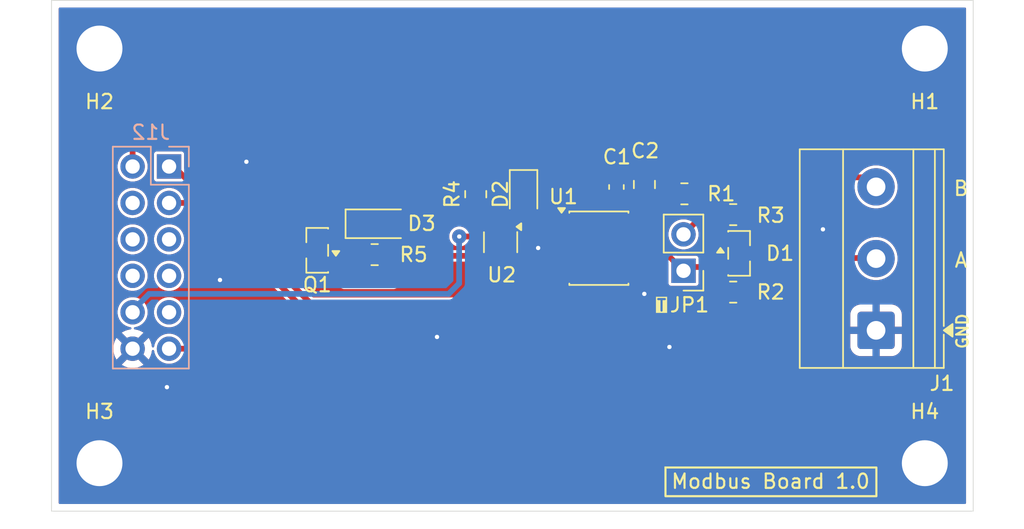
<source format=kicad_pcb>
(kicad_pcb (version 20241229) (generator "pcbnew") (generator_version "9.0")
  (title_block (title "Modbus_Board") (date "2025-10-26") (rev "1.0") (company "PKl"))
  (layers (0 "F.Cu" signal) (2 "B.Cu" signal) (13 "F.Paste" user) (15 "B.Paste" user) (5 "F.SilkS" user "F.Silkscreen") (7 "B.SilkS" user "B.Silkscreen") (1 "F.Mask" user) (3 "B.Mask" user) (25 "Edge.Cuts" user))
  (net 0 "")
  (net 1 "Net-(D2-K)")
  (net 3 "ON")
  (net 4 "GND")
  (net 8 "RE{slash}DE")
  (net 12 "UART0_TX")
  (net 13 "UART0_RX")
  (net 14 "3V3_MOD")
  (net 15 "RS485_A")
  (net 16 "RS485_B")
  (net 17 "Net-(JP1-B)")
  (net 18 "3V3_IN")
  (net 19 "3V3_OUT")
  (net 20 "Net-(D3-A)")
  (footprint "Resistor_SMD:R_0805_2012Metric" (layer "F.Cu") (at 188.141424 88.585 180)
    (property "Reference" "R1" (at -2.5625 0 0) (layer "F.SilkS"))
    (property "Value" "120")
    (fp_line (start -0.227064 0.735) (end 0.227064 0.735) (stroke (width 0.12)) (layer "F.SilkS"))
    (fp_line (start -0.227064 -0.735) (end 0.227064 -0.735) (stroke (width 0.12)) (layer "F.SilkS"))
    (pad "1" smd roundrect (at -0.9125 0 180) (size 1.025 1.4) (layers "F.Cu" "F.Mask" "F.Paste") (roundrect_rratio 0.243902) (net 17 "Net-(JP1-B)"))
    (pad "2" smd roundrect (at 0.9125 0 180) (size 1.025 1.4) (layers "F.Cu" "F.Mask" "F.Paste") (roundrect_rratio 0.243902) (net 16 "RS485_B"))
  )
  (footprint "MountingHole:MountingHole_3.2mm_M3_DIN965_Pad" (layer "F.Cu") (at 204.896424 107.36)
    (property "Reference" "H4" (at 0 -3.6 0) (layer "F.SilkS"))
    (property "Value" "MountingHole_Pad")
    (pad "1" thru_hole circle (at 0 0) (size 5.6 5.6) (drill 3.2) (layers "*.Cu" "*.Mask") (net 4 "GND"))
  )
  (footprint "MountingHole:MountingHole_3.2mm_M3_DIN965_Pad" (layer "F.Cu") (at 147.371424 107.36)
    (property "Reference" "H3" (at 0 -3.6 0) (layer "F.SilkS"))
    (property "Value" "MountingHole_Pad")
    (pad "1" thru_hole circle (at 0 0) (size 5.6 5.6) (drill 3.2) (layers "*.Cu" "*.Mask") (net 4 "GND"))
  )
  (footprint "TerminalBlock_Phoenix:TerminalBlock_Phoenix_MKDS-1,5-3_1x03_P5.00mm_Horizontal" (layer "F.Cu") (at 201.5 98.1 90)
    (property "Reference" "J1" (at -3.7 4.6 0) (layer "F.SilkS"))
    (property "Value" "Modbus")
    (fp_line (start 12.62 -5.32) (end 12.62 4.72) (stroke (width 0.12)) (layer "F.SilkS"))
    (fp_line (start -2.62 -5.32) (end 12.62 -5.32) (stroke (width 0.12)) (layer "F.SilkS"))
    (fp_line (start -2.62 -2.3) (end 12.62 -2.3) (stroke (width 0.12)) (layer "F.SilkS"))
    (fp_line (start -2.62 2.6) (end 12.62 2.6) (stroke (width 0.12)) (layer "F.SilkS"))
    (fp_line (start -2.62 4.1) (end 12.62 4.1) (stroke (width 0.12)) (layer "F.SilkS"))
    (fp_line (start 12.62 4.72) (end 0.3 4.72) (stroke (width 0.12)) (layer "F.SilkS"))
    (fp_line (start -0.3 4.72) (end -2.62 4.72) (stroke (width 0.12)) (layer "F.SilkS"))
    (fp_line (start -2.62 4.72) (end -2.62 -5.32) (stroke (width 0.12)) (layer "F.SilkS"))
    (fp_poly (pts (xy 0 4.72) (xy 0.44 5.33) (xy -0.44 5.33)) (stroke (width 0.12)) (fill yes) (layer "F.SilkS"))
    (pad "1" thru_hole roundrect (at 0 0 90) (size 2.6 2.6) (drill 1.3) (layers "*.Cu" "*.Mask") (roundrect_rratio 0.096154) (net 4 "GND"))
    (pad "2" thru_hole circle (at 5 0 90) (size 2.6 2.6) (drill 1.3) (layers "*.Cu" "*.Mask") (net 15 "RS485_A"))
    (pad "3" thru_hole circle (at 10 0 90) (size 2.6 2.6) (drill 1.3) (layers "*.Cu" "*.Mask") (net 16 "RS485_B"))
  )
  (footprint "Connector_PinHeader_2.54mm:PinHeader_1x02_P2.54mm_Vertical" (layer "F.Cu") (at 188.078924 93.95 180)
    (property "Reference" "JP1" (at -0.4175 -2.38 0) (layer "F.SilkS"))
    (property "Value" "Jumper_2_Bridged")
    (fp_line (start 1.38 1.27) (end 1.38 3.92) (stroke (width 0.12)) (layer "F.SilkS"))
    (fp_line (start -1.38 3.92) (end 1.38 3.92) (stroke (width 0.12)) (layer "F.SilkS"))
    (fp_line (start -1.38 1.27) (end 1.38 1.27) (stroke (width 0.12)) (layer "F.SilkS"))
    (fp_line (start -1.38 1.27) (end -1.38 3.92) (stroke (width 0.12)) (layer "F.SilkS"))
    (fp_line (start -1.38 0) (end -1.38 -1.38) (stroke (width 0.12)) (layer "F.SilkS"))
    (fp_line (start -1.38 -1.38) (end 0 -1.38) (stroke (width 0.12)) (layer "F.SilkS"))
    (pad "1" thru_hole rect (at 0 0 180) (size 1.7 1.7) (drill 1) (layers "*.Cu" "*.Mask") (net 15 "RS485_A"))
    (pad "2" thru_hole circle (at 0 2.54 180) (size 1.7 1.7) (drill 1) (layers "*.Cu" "*.Mask") (net 17 "Net-(JP1-B)"))
  )
  (footprint "Capacitor_SMD:C_0603_1608Metric" (layer "F.Cu") (at 183.403924 88.11 90)
    (property "Reference" "C1" (at 2.1 0.025 0) (layer "F.SilkS"))
    (property "Value" "1uF")
    (fp_line (start -0.14058 -0.51) (end 0.14058 -0.51) (stroke (width 0.12)) (layer "F.SilkS"))
    (fp_line (start -0.14058 0.51) (end 0.14058 0.51) (stroke (width 0.12)) (layer "F.SilkS"))
    (pad "1" smd roundrect (at -0.775 0 90) (size 0.9 0.95) (layers "F.Cu" "F.Mask" "F.Paste") (net 14 "3V3_MOD"))
    (pad "2" smd roundrect (at 0.775 0 90) (size 0.9 0.95) (layers "F.Cu" "F.Mask" "F.Paste") (net 4 "GND"))
  )
  (footprint "Package_SO:SOIC-8_3.9x4.9mm_P1.27mm" (layer "F.Cu") (at 182.178924 92.375)
    (property "Reference" "U1" (at -2.475 -3.59 0) (layer "F.SilkS"))
    (property "Value" "MAX3485EESA+")
    (fp_line (start -2.06 -2.56) (end 2.06 -2.56) (stroke (width 0.12)) (layer "F.SilkS"))
    (fp_line (start -2.06 -2.465) (end -2.06 -2.56) (stroke (width 0.12)) (layer "F.SilkS"))
    (fp_line (start -2.06 2.56) (end -2.06 2.465) (stroke (width 0.12)) (layer "F.SilkS"))
    (fp_line (start 2.06 -2.56) (end 2.06 -2.465) (stroke (width 0.12)) (layer "F.SilkS"))
    (fp_line (start 2.06 2.465) (end 2.06 2.56) (stroke (width 0.12)) (layer "F.SilkS"))
    (fp_line (start 2.06 2.56) (end -2.06 2.56) (stroke (width 0.12)) (layer "F.SilkS"))
    (fp_poly (pts (xy -2.6 -2.47) (xy -2.84 -2.8) (xy -2.36 -2.8)) (stroke (width 0.12)) (fill yes) (layer "F.SilkS"))
    (pad "1" smd roundrect (at -2.475 -1.905) (size 1.95 0.6) (layers "F.Cu" "F.Mask" "F.Paste") (net 13 "UART0_RX"))
    (pad "2" smd roundrect (at -2.475 -0.635) (size 1.95 0.6) (layers "F.Cu" "F.Mask" "F.Paste") (net 8 "RE{slash}DE"))
    (pad "3" smd roundrect (at -2.475 0.635) (size 1.95 0.6) (layers "F.Cu" "F.Mask" "F.Paste") (net 8 "RE{slash}DE"))
    (pad "4" smd roundrect (at -2.475 1.905) (size 1.95 0.6) (layers "F.Cu" "F.Mask" "F.Paste") (net 12 "UART0_TX"))
    (pad "5" smd roundrect (at 2.475 1.905) (size 1.95 0.6) (layers "F.Cu" "F.Mask" "F.Paste") (net 4 "GND"))
    (pad "6" smd roundrect (at 2.475 0.635) (size 1.95 0.6) (layers "F.Cu" "F.Mask" "F.Paste") (net 15 "RS485_A"))
    (pad "7" smd roundrect (at 2.475 -0.635) (size 1.95 0.6) (layers "F.Cu" "F.Mask" "F.Paste") (net 16 "RS485_B"))
    (pad "8" smd roundrect (at 2.475 -1.905) (size 1.95 0.6) (layers "F.Cu" "F.Mask" "F.Paste") (net 14 "3V3_MOD"))
  )
  (footprint "Resistor_SMD:R_0805_2012Metric" (layer "F.Cu") (at 191.541424 95.435)
    (property "Reference" "R2" (at 2.6125 0 0) (layer "F.SilkS"))
    (property "Value" "680")
    (fp_line (start -0.227064 -0.735) (end 0.227064 -0.735) (stroke (width 0.12)) (layer "F.SilkS"))
    (fp_line (start -0.227064 0.735) (end 0.227064 0.735) (stroke (width 0.12)) (layer "F.SilkS"))
    (pad "1" smd roundrect (at -0.9125 0) (size 1.025 1.4) (layers "F.Cu" "F.Mask" "F.Paste") (roundrect_rratio 0.243902) (net 14 "3V3_MOD"))
    (pad "2" smd roundrect (at 0.9125 0) (size 1.025 1.4) (layers "F.Cu" "F.Mask" "F.Paste") (roundrect_rratio 0.243902) (net 15 "RS485_A"))
  )
  (footprint "Package_TO_SOT_SMD:SOT-23" (layer "F.Cu") (at 191.953924 92.735)
    (property "Reference" "D1" (at 2.85 0 0) (layer "F.SilkS"))
    (property "Value" "SM712.TCT")
    (fp_line (start -0.76 -1.56) (end 0.76 -1.56) (stroke (width 0.12)) (layer "F.SilkS"))
    (fp_line (start -0.76 -1.51) (end -0.76 -1.56) (stroke (width 0.12)) (layer "F.SilkS"))
    (fp_line (start -0.76 0.39) (end -0.76 -0.39) (stroke (width 0.12)) (layer "F.SilkS"))
    (fp_line (start -0.76 1.56) (end -0.76 1.51) (stroke (width 0.12)) (layer "F.SilkS"))
    (fp_line (start 0.76 -1.56) (end 0.76 -0.56) (stroke (width 0.12)) (layer "F.SilkS"))
    (fp_line (start 0.76 0.56) (end 0.76 1.56) (stroke (width 0.12)) (layer "F.SilkS"))
    (fp_line (start 0.76 1.56) (end -0.76 1.56) (stroke (width 0.12)) (layer "F.SilkS"))
    (fp_poly (pts (xy -1.3 -0.38) (xy -1.06 -0.05) (xy -1.54 -0.05)) (stroke (width 0.12)) (fill yes) (layer "F.SilkS"))
    (pad "1" smd roundrect (at -0.9375 -0.95) (size 1.475 0.6) (layers "F.Cu" "F.Mask" "F.Paste") (net 16 "RS485_B"))
    (pad "2" smd roundrect (at -0.9375 0.95) (size 1.475 0.6) (layers "F.Cu" "F.Mask" "F.Paste") (net 15 "RS485_A"))
    (pad "3" smd roundrect (at 0.9375 0) (size 1.475 0.6) (layers "F.Cu" "F.Mask" "F.Paste") (net 4 "GND"))
  )
  (footprint "Resistor_SMD:R_0805_2012Metric" (layer "F.Cu") (at 191.541424 90.035)
    (property "Reference" "R3" (at 2.6125 0.05 0) (layer "F.SilkS"))
    (property "Value" "680")
    (fp_line (start -0.227064 -0.735) (end 0.227064 -0.735) (stroke (width 0.12)) (layer "F.SilkS"))
    (fp_line (start -0.227064 0.735) (end 0.227064 0.735) (stroke (width 0.12)) (layer "F.SilkS"))
    (pad "1" smd roundrect (at -0.9125 0) (size 1.025 1.4) (layers "F.Cu" "F.Mask" "F.Paste") (roundrect_rratio 0.243902) (net 16 "RS485_B"))
    (pad "2" smd roundrect (at 0.9125 0) (size 1.025 1.4) (layers "F.Cu" "F.Mask" "F.Paste") (roundrect_rratio 0.243902) (net 4 "GND"))
  )
  (footprint "Diode_SMD:D_SOD-123F" (layer "F.Cu") (at 166.733576 90.6725)
    (property "Reference" "D3" (at 3.09 -0.02 0) (layer "F.SilkS"))
    (property "Value" "BZT52C5V1-DIO")
    (fp_line (start -2.21 -1) (end -2.21 1) (stroke (width 0.12)) (layer "F.SilkS"))
    (fp_line (start -2.21 -1) (end 1.65 -1) (stroke (width 0.12)) (layer "F.SilkS"))
    (fp_line (start -2.21 1) (end 1.65 1) (stroke (width 0.12)) (layer "F.SilkS"))
    (pad "1" smd roundrect (at -1.4 0) (size 1.1 1.1) (layers "F.Cu" "F.Mask" "F.Paste") (roundrect_rratio 0.2272727273) (net 19 "3V3_OUT"))
    (pad "2" smd roundrect (at 1.4 0) (size 1.1 1.1) (layers "F.Cu" "F.Mask" "F.Paste") (roundrect_rratio 0.2272727273) (net 20 "Net-(D3-A)"))
  )
  (footprint "Package_TO_SOT_SMD:SOT-23" (layer "F.Cu") (at 162.5475 92.5225 180)
    (property "Reference" "Q1" (at 0 -2.4 0) (layer "F.SilkS"))
    (property "Value" "AO3407A" (hide yes))
    (fp_line (start 0.76 1.56) (end -0.76 1.56) (stroke (width 0.12)) (layer "F.SilkS"))
    (fp_line (start 0.76 0.56) (end 0.76 1.56) (stroke (width 0.12)) (layer "F.SilkS"))
    (fp_line (start 0.76 -1.56) (end 0.76 -0.56) (stroke (width 0.12)) (layer "F.SilkS"))
    (fp_line (start -0.76 1.56) (end -0.76 1.51) (stroke (width 0.12)) (layer "F.SilkS"))
    (fp_line (start -0.76 0.39) (end -0.76 -0.39) (stroke (width 0.12)) (layer "F.SilkS"))
    (fp_line (start -0.76 -1.51) (end -0.76 -1.56) (stroke (width 0.12)) (layer "F.SilkS"))
    (fp_line (start -0.76 -1.56) (end 0.76 -1.56) (stroke (width 0.12)) (layer "F.SilkS"))
    (fp_poly (pts (xy -1.3 -0.38) (xy -1.06 -0.05) (xy -1.54 -0.05)) (stroke (width 0.12)) (fill yes) (layer "F.SilkS"))
    (pad "1" smd roundrect (at -0.9375 -0.95 180) (size 1.475 0.6) (layers "F.Cu" "F.Mask" "F.Paste") (net 20 "Net-(D3-A)"))
    (pad "2" smd roundrect (at -0.9375 0.95 180) (size 1.475 0.6) (layers "F.Cu" "F.Mask" "F.Paste") (net 19 "3V3_OUT"))
    (pad "3" smd roundrect (at 0.9375 0 180) (size 1.475 0.6) (layers "F.Cu" "F.Mask" "F.Paste") (net 18 "3V3_IN"))
  )
  (footprint "Resistor_SMD:R_0805_2012Metric" (layer "F.Cu") (at 166.551076 92.8225)
    (property "Reference" "R5" (at 2.7125 0 0) (layer "F.SilkS"))
    (property "Value" "100K")
    (fp_line (start -0.227064 -0.735) (end 0.227064 -0.735) (stroke (width 0.12)) (layer "F.SilkS"))
    (fp_line (start -0.227064 0.735) (end 0.227064 0.735) (stroke (width 0.12)) (layer "F.SilkS"))
    (pad "1" smd roundrect (at -0.9125 0) (size 1.025 1.4) (layers "F.Cu" "F.Mask" "F.Paste") (roundrect_rratio 0.243902) (net 4 "GND"))
    (pad "2" smd roundrect (at 0.9125 0) (size 1.025 1.4) (layers "F.Cu" "F.Mask" "F.Paste") (roundrect_rratio 0.243902) (net 20 "Net-(D3-A)"))
  )
  (footprint "Resistor_SMD:R_0805_2012Metric" (layer "F.Cu") (at 173.596424 88.61 90)
    (property "Reference" "R4" (at 0 -1.65 90) (layer "F.SilkS"))
    (property "Value" "1K")
    (fp_line (start -0.227064 -0.735) (end 0.227064 -0.735) (stroke (width 0.12)) (layer "F.SilkS"))
    (fp_line (start -0.227064 0.735) (end 0.227064 0.735) (stroke (width 0.12)) (layer "F.SilkS"))
    (pad "1" smd roundrect (at -0.9125 0 90) (size 1.025 1.4) (layers "F.Cu" "F.Mask" "F.Paste") (roundrect_rratio 0.243902) (net 4 "GND"))
    (pad "2" smd roundrect (at 0.9125 0 90) (size 1.025 1.4) (layers "F.Cu" "F.Mask" "F.Paste") (roundrect_rratio 0.243902) (net 1 "Net-(D2-K)"))
  )
  (footprint "LED_SMD:LED_0805_2012Metric" (layer "F.Cu") (at 176.928924 88.61 -90)
    (property "Reference" "D2" (at 0 1.6125 90) (layer "F.SilkS"))
    (property "Value" "LED")
    (fp_line (start -1.685 0.96) (end 1 0.96) (stroke (width 0.12)) (layer "F.SilkS"))
    (fp_line (start -1.685 -0.96) (end -1.685 0.96) (stroke (width 0.12)) (layer "F.SilkS"))
    (fp_line (start 1 -0.96) (end -1.685 -0.96) (stroke (width 0.12)) (layer "F.SilkS"))
    (pad "1" smd roundrect (at -0.9375 0 270) (size 0.975 1.4) (layers "F.Cu" "F.Mask" "F.Paste") (net 1 "Net-(D2-K)"))
    (pad "2" smd roundrect (at 0.9375 0 270) (size 0.975 1.4) (layers "F.Cu" "F.Mask" "F.Paste") (net 14 "3V3_MOD"))
  )
  (footprint "MountingHole:MountingHole_3.2mm_M3_DIN965_Pad" (layer "F.Cu") (at 204.896424 78.46)
    (property "Reference" "H1" (at 0 3.7 0) (layer "F.SilkS"))
    (property "Value" "MountingHole_Pad")
    (pad "1" thru_hole circle (at 0 0) (size 5.6 5.6) (drill 3.2) (layers "*.Cu" "*.Mask") (net 4 "GND"))
  )
  (footprint "Capacitor_SMD:C_0805_2012Metric" (layer "F.Cu") (at 185.353924 87.935 90)
    (property "Reference" "C2" (at 2.35 0.05 0) (layer "F.SilkS"))
    (property "Value" "100nF")
    (fp_line (start -0.261252 -0.735) (end 0.261252 -0.735) (stroke (width 0.12)) (layer "F.SilkS"))
    (fp_line (start -0.261252 0.735) (end 0.261252 0.735) (stroke (width 0.12)) (layer "F.SilkS"))
    (pad "1" smd roundrect (at -0.95 0 90) (size 1 1.45) (layers "F.Cu" "F.Mask" "F.Paste") (net 14 "3V3_MOD"))
    (pad "2" smd roundrect (at 0.95 0 90) (size 1 1.45) (layers "F.Cu" "F.Mask" "F.Paste") (net 4 "GND"))
  )
  (footprint "MountingHole:MountingHole_3.2mm_M3_DIN965_Pad" (layer "F.Cu") (at 147.371424 78.46)
    (property "Reference" "H2" (at 0 3.7 0) (layer "F.SilkS"))
    (property "Value" "MountingHole_Pad")
    (pad "1" thru_hole circle (at 0 0) (size 5.6 5.6) (drill 3.2) (layers "*.Cu" "*.Mask") (net 4 "GND"))
  )
  (footprint "Package_TO_SOT_SMD:SOT-363_SC-70-6" (layer "F.Cu") (at 175.328924 91.96 -90)
    (property "Reference" "U2" (at 2.275 -0.075 0) (layer "F.SilkS"))
    (property "Value" "SIP32431DR3-T1GE3")
    (fp_line (start -0.7 1.16) (end 0.7 1.16) (stroke (width 0.12)) (layer "F.SilkS"))
    (fp_line (start -0.71 -1.16) (end 0.7 -1.16) (stroke (width 0.12)) (layer "F.SilkS"))
    (fp_poly (pts (xy -1.08 -1.11) (xy -1.32 -1.44) (xy -0.84 -1.44) (xy -1.08 -1.11)) (stroke (width 0.12)) (fill yes) (layer "F.SilkS"))
    (pad "1" smd roundrect (at -0.95 -0.65 270) (size 0.65 0.4) (layers "F.Cu" "F.Mask" "F.Paste") (net 14 "3V3_MOD"))
    (pad "2" smd roundrect (at -0.95 0 270) (size 0.65 0.4) (layers "F.Cu" "F.Mask" "F.Paste") (net 4 "GND"))
    (pad "3" smd roundrect (at -0.95 0.65 270) (size 0.65 0.4) (layers "F.Cu" "F.Mask" "F.Paste") (net 3 "ON"))
    (pad "4" smd roundrect (at 0.95 0.65 270) (size 0.65 0.4) (layers "F.Cu" "F.Mask" "F.Paste") (net 19 "3V3_OUT"))
    (pad "5" smd roundrect (at 0.95 0 270) (size 0.65 0.4) (layers "F.Cu" "F.Mask" "F.Paste") (net 4 "GND"))
    (pad "6" smd roundrect (at 0.95 -0.65 270) (size 0.65 0.4) (layers "F.Cu" "F.Mask" "F.Paste"))
  )
  (footprint "Connector_PinHeader_2.54mm:PinHeader_2x06_P2.54mm_Vertical" (layer "B.Cu") (at 152.22 86.68 180)
    (property "Reference" "J12" (at 1.27 2.38 0) (layer "B.SilkS") (effects (justify mirror)))
    (property "Value" "COM")
    (fp_line (start 3.92 1.38) (end 3.92 -14.08) (stroke (width 0.12)) (layer "B.SilkS"))
    (fp_line (start 1.27 1.38) (end 3.92 1.38) (stroke (width 0.12)) (layer "B.SilkS"))
    (fp_line (start 1.27 -1.27) (end 1.27 1.38) (stroke (width 0.12)) (layer "B.SilkS"))
    (fp_line (start -1.38 1.38) (end 0 1.38) (stroke (width 0.12)) (layer "B.SilkS"))
    (fp_line (start -1.38 0) (end -1.38 1.38) (stroke (width 0.12)) (layer "B.SilkS"))
    (fp_line (start -1.38 -1.27) (end 1.27 -1.27) (stroke (width 0.12)) (layer "B.SilkS"))
    (fp_line (start -1.38 -1.27) (end -1.38 -14.08) (stroke (width 0.12)) (layer "B.SilkS"))
    (fp_line (start -1.38 -14.08) (end 3.92 -14.08) (stroke (width 0.12)) (layer "B.SilkS"))
    (pad "1" thru_hole rect (at 0 0 180) (size 1.7 1.7) (drill 1) (layers "*.Cu" "*.Mask") (net 13 "UART0_RX"))
    (pad "2" thru_hole circle (at 2.54 0 180) (size 1.7 1.7) (drill 1) (layers "*.Cu" "*.Mask") (net 18 "3V3_IN"))
    (pad "3" thru_hole circle (at 0 -2.54 180) (size 1.7 1.7) (drill 1) (layers "*.Cu" "*.Mask") (net 12 "UART0_TX"))
    (pad "4" thru_hole circle (at 2.54 -2.54 180) (size 1.7 1.7) (drill 1) (layers "*.Cu" "*.Mask"))
    (pad "5" thru_hole circle (at 0 -5.08 180) (size 1.7 1.7) (drill 1) (layers "*.Cu" "*.Mask"))
    (pad "6" thru_hole circle (at 2.54 -5.08 180) (size 1.7 1.7) (drill 1) (layers "*.Cu" "*.Mask"))
    (pad "7" thru_hole circle (at 0 -7.62 180) (size 1.7 1.7) (drill 1) (layers "*.Cu" "*.Mask"))
    (pad "8" thru_hole circle (at 2.54 -7.62 180) (size 1.7 1.7) (drill 1) (layers "*.Cu" "*.Mask"))
    (pad "9" thru_hole circle (at 0 -10.16 180) (size 1.7 1.7) (drill 1) (layers "*.Cu" "*.Mask"))
    (pad "10" thru_hole circle (at 2.54 -10.16 180) (size 1.7 1.7) (drill 1) (layers "*.Cu" "*.Mask") (net 3 "ON"))
    (pad "11" thru_hole circle (at 0 -12.7 180) (size 1.7 1.7) (drill 1) (layers "*.Cu" "*.Mask") (net 8 "RE{slash}DE"))
    (pad "12" thru_hole circle (at 2.54 -12.7 180) (size 1.7 1.7) (drill 1) (layers "*.Cu" "*.Mask") (net 4 "GND"))
  )
  (gr_rect (start 186.821424 107.66) (end 201.521424 109.66) (stroke (width 0.15)) (fill no) (layer "F.SilkS"))
  (gr_rect (start 144.028576 75.1) (end 208.271424 110.705) (stroke (width 0.05)) (fill no) (layer "Edge.Cuts"))
  (gr_text "T" (at 186.546424 96.36 0) (layer "F.SilkS" knockout) (effects (font (size 0.8 0.8))))
  (gr_text "Modbus Board 1.0" (at 187.146424 109.21 0) (layer "F.SilkS") (effects (font (size 1 1)) (justify left bottom)))
  (gr_text "B" (at 207.421424 88.21 0) (layer "F.SilkS") (effects (font (size 1 1))))
  (gr_text "GND" (at 207.521424 98.16 90) (layer "F.SilkS") (effects (font (size 0.8 0.8))))
  (gr_text "A" (at 207.421424 93.21 0) (layer "F.SilkS") (effects (font (size 1 1))))
  (segment (start 176.928924 87.6725) (end 174.003924 87.6725) (width 0.4) (layer "F.Cu") (net 1))
  (segment (start 174.003924 87.6725) (end 173.978924 87.6975) (width 0.4) (layer "F.Cu") (net 1))
  (segment (start 172.448924 91.56) (end 174.128924 91.56) (width 0.4) (layer "F.Cu") (net 3))
  (segment (start 174.128924 91.56) (end 174.678924 91.01) (width 0.4) (layer "F.Cu") (net 3))
  (via (at 172.448924 91.56) (size 1) (drill 0.3) (layers "F.Cu" "B.Cu") (net 3))
  (segment (start 172.44 91.568924) (end 172.448924 91.56) (width 0.4) (layer "B.Cu") (net 3))
  (segment (start 150.83 95.56) (end 171.71 95.56) (width 0.4) (layer "B.Cu") (net 3))
  (segment (start 172.44 94.83) (end 172.44 91.568924) (width 0.4) (layer "B.Cu") (net 3))
  (segment (start 171.71 95.56) (end 172.44 94.83) (width 0.4) (layer "B.Cu") (net 3))
  (segment (start 149.68 96.84) (end 149.68 96.71) (width 0.4) (layer "B.Cu") (net 3))
  (segment (start 149.68 96.71) (end 150.83 95.56) (width 0.4) (layer "B.Cu") (net 3))
  (via (at 170.896424 98.56) (size 1) (drill 0.3) (layers "F.Cu" "B.Cu") (net 4))
  (via (at 157.61 86.35) (size 1) (drill 0.3) (layers "F.Cu" "B.Cu") (net 4))
  (via (at 155.77 94.59) (size 1) (drill 0.3) (layers "F.Cu" "B.Cu") (net 4))
  (via (at 152.071424 102.06) (size 1) (drill 0.3) (layers "F.Cu" "B.Cu") (net 4))
  (via (at 197.796424 91.06) (size 1) (drill 0.3) (layers "F.Cu" "B.Cu") (net 4))
  (via (at 185.346424 95.56) (size 1) (drill 0.3) (layers "F.Cu" "B.Cu") (net 4))
  (via (at 187.096424 99.26) (size 1) (drill 0.3) (layers "F.Cu" "B.Cu") (net 4))
  (via (at 177.946424 92.36) (size 1) (drill 0.3) (layers "F.Cu" "B.Cu") (net 4))
  (segment (start 155.21 99.38) (end 152.22 99.38) (width 0.4) (layer "F.Cu") (net 8))
  (segment (start 181.396424 93.51) (end 181.396424 94.61) (width 0.4) (layer "F.Cu") (net 8))
  (segment (start 180.896424 93.01) (end 181.396424 93.51) (width 0.4) (layer "F.Cu") (net 8))
  (segment (start 180.796424 95.21) (end 178.896424 95.21) (width 0.4) (layer "F.Cu") (net 8))
  (segment (start 179.703924 93.01) (end 180.896424 93.01) (width 0.4) (layer "F.Cu") (net 8))
  (segment (start 181.396424 94.61) (end 180.796424 95.21) (width 0.4) (layer "F.Cu") (net 8))
  (segment (start 176.646424 97.46) (end 157.13 97.46) (width 0.4) (layer "F.Cu") (net 8))
  (segment (start 179.703924 91.74) (end 179.703924 93.01) (width 0.4) (layer "F.Cu") (net 8))
  (segment (start 178.896424 95.21) (end 176.646424 97.46) (width 0.4) (layer "F.Cu") (net 8))
  (segment (start 157.13 97.46) (end 155.21 99.38) (width 0.4) (layer "F.Cu") (net 8))
  (segment (start 179.703924 94.28) (end 178.976424 94.28) (width 0.4) (layer "F.Cu") (net 12))
  (segment (start 178.976424 94.28) (end 176.446424 96.81) (width 0.4) (layer "F.Cu") (net 12))
  (segment (start 161.8 96.81) (end 154.21 89.22) (width 0.4) (layer "F.Cu") (net 12))
  (segment (start 176.446424 96.81) (end 161.8 96.81) (width 0.4) (layer "F.Cu") (net 12))
  (segment (start 179.703924 94.28) (end 178.908924 94.28) (width 0.4) (layer "F.Cu") (net 12))
  (segment (start 154.21 89.22) (end 152.22 89.22) (width 0.4) (layer "F.Cu") (net 12))
  (segment (start 177.518924 90.47) (end 176.936424 91.0525) (width 0.4) (layer "F.Cu") (net 13))
  (segment (start 176.936424 91.0525) (end 176.936424 95.468528) (width 0.4) (layer "F.Cu") (net 13))
  (segment (start 176.194952 96.21) (end 162.08 96.21) (width 0.4) (layer "F.Cu") (net 13))
  (segment (start 179.703924 90.47) (end 177.518924 90.47) (width 0.4) (layer "F.Cu") (net 13))
  (segment (start 152.55 86.68) (end 152.22 86.68) (width 0.4) (layer "F.Cu") (net 13))
  (segment (start 176.936424 95.468528) (end 176.194952 96.21) (width 0.4) (layer "F.Cu") (net 13))
  (segment (start 162.08 96.21) (end 152.55 86.68) (width 0.4) (layer "F.Cu") (net 13))
  (segment (start 182.853924 90.435) (end 184.618924 90.435) (width 0.4) (layer "F.Cu") (net 14))
  (segment (start 185.478924 89.91) (end 184.918924 90.47) (width 0.4) (layer "F.Cu") (net 14))
  (segment (start 190.628924 95.435) (end 189.453924 96.61) (width 0.4) (layer "F.Cu") (net 14))
  (segment (start 183.378924 88.875) (end 185.378924 88.875) (width 0.4) (layer "F.Cu") (net 14))
  (segment (start 185.478924 88.975) (end 185.478924 89.91) (width 0.4) (layer "F.Cu") (net 14))
  (segment (start 182.553924 90.735) (end 182.853924 90.435) (width 0.4) (layer "F.Cu") (net 14))
  (segment (start 189.453924 96.61) (end 184.228924 96.61) (width 0.4) (layer "F.Cu") (net 14))
  (segment (start 184.618924 90.435) (end 184.653924 90.47) (width 0.4) (layer "F.Cu") (net 14))
  (segment (start 175.978924 91.01) (end 175.978924 90.4975) (width 0.4) (layer "F.Cu") (net 14))
  (segment (start 182.553924 94.935) (end 182.553924 90.735) (width 0.4) (layer "F.Cu") (net 14))
  (segment (start 185.378924 88.875) (end 185.478924 88.975) (width 0.4) (layer "F.Cu") (net 14))
  (segment (start 177.601424 88.875) (end 183.378924 88.875) (width 0.4) (layer "F.Cu") (net 14))
  (segment (start 184.918924 90.47) (end 184.653924 90.47) (width 0.4) (layer "F.Cu") (net 14))
  (segment (start 176.953924 89.5725) (end 176.928924 89.5475) (width 0.4) (layer "F.Cu") (net 14))
  (segment (start 176.928924 89.5475) (end 177.601424 88.875) (width 0.4) (layer "F.Cu") (net 14))
  (segment (start 175.978924 90.4975) (end 176.928924 89.5475) (width 0.4) (layer "F.Cu") (net 14))
  (segment (start 184.228924 96.61) (end 182.553924 94.935) (width 0.4) (layer "F.Cu") (net 14))
  (segment (start 191.016424 93.685) (end 191.603924 93.685) (width 0.4) (layer "F.Cu") (net 15))
  (segment (start 184.653924 93.01) (end 187.138924 93.01) (width 0.4) (layer "F.Cu") (net 15))
  (segment (start 192.453924 94.535) (end 192.453924 95.435) (width 0.4) (layer "F.Cu") (net 15))
  (segment (start 196.318924 95.435) (end 192.453924 95.435) (width 0.4) (layer "F.Cu") (net 15))
  (segment (start 188.343924 93.685) (end 188.078924 93.95) (width 0.4) (layer "F.Cu") (net 15))
  (segment (start 187.138924 93.01) (end 188.078924 93.95) (width 0.4) (layer "F.Cu") (net 15))
  (segment (start 191.603924 93.685) (end 192.453924 94.535) (width 0.4) (layer "F.Cu") (net 15))
  (segment (start 198.693924 93.06) (end 202.293924 93.06) (width 0.4) (layer "F.Cu") (net 15))
  (segment (start 196.298924 95.455) (end 198.693924 93.06) (width 0.4) (layer "F.Cu") (net 15))
  (segment (start 202.293924 93.06) (end 202.393924 93.16) (width 0.4) (layer "F.Cu") (net 15))
  (segment (start 191.016424 93.685) (end 188.343924 93.685) (width 0.4) (layer "F.Cu") (net 15))
  (segment (start 187.153924 88.555) (end 187.153924 87.735) (width 0.4) (layer "F.Cu") (net 16))
  (segment (start 187.208924 88.61) (end 187.208924 88.98) (width 0.4) (layer "F.Cu") (net 16))
  (segment (start 190.641424 90.035) (end 191.016424 90.41) (width 0.4) (layer "F.Cu") (net 16))
  (segment (start 187.153924 87.735) (end 187.453924 87.435) (width 0.4) (layer "F.Cu") (net 16))
  (segment (start 187.208924 88.61) (end 187.153924 88.555) (width 0.4) (layer "F.Cu") (net 16))
  (segment (start 189.953924 87.435) (end 190.153924 87.635) (width 0.4) (layer "F.Cu") (net 16))
  (segment (start 190.153924 89.5475) (end 190.641424 90.035) (width 0.4) (layer "F.Cu") (net 16))
  (segment (start 186.278924 91.175) (end 185.713924 91.74) (width 0.4) (layer "F.Cu") (net 16))
  (segment (start 202.393924 88.16) (end 201.688924 87.455) (width 0.4) (layer "F.Cu") (net 16))
  (segment (start 201.471424 88.11) (end 200.796424 87.435) (width 0.4) (layer "F.Cu") (net 16))
  (segment (start 200.796424 87.435) (end 189.953924 87.435) (width 0.4) (layer "F.Cu") (net 16))
  (segment (start 187.453924 87.435) (end 189.953924 87.435) (width 0.4) (layer "F.Cu") (net 16))
  (segment (start 186.278924 89.91) (end 186.278924 91.175) (width 0.4) (layer "F.Cu") (net 16))
  (segment (start 190.153924 87.635) (end 190.153924 89.5475) (width 0.4) (layer "F.Cu") (net 16))
  (segment (start 187.208924 88.98) (end 186.278924 89.91) (width 0.4) (layer "F.Cu") (net 16))
  (segment (start 191.016424 90.41) (end 191.016424 91.785) (width 0.4) (layer "F.Cu") (net 16))
  (segment (start 185.713924 91.74) (end 184.653924 91.74) (width 0.4) (layer "F.Cu") (net 16))
  (segment (start 189.033924 88.61) (end 189.033924 90.455) (width 0.4) (layer "F.Cu") (net 17))
  (segment (start 189.033924 90.455) (end 188.078924 91.41) (width 0.4) (layer "F.Cu") (net 17))
  (segment (start 160.45 86.975) (end 160.45 84.66) (width 0.4) (layer "F.Cu") (net 18))
  (segment (start 149.94 83.57) (end 149.68 83.83) (width 0.4) (layer "F.Cu") (net 18))
  (segment (start 160.4475 86.9775) (end 160.45 86.975) (width 0.4) (layer "F.Cu") (net 18))
  (segment (start 160.4475 91.36) (end 160.4475 86.9775) (width 0.4) (layer "F.Cu") (net 18))
  (segment (start 161.61 92.5225) (end 160.4475 91.36) (width 0.4) (layer "F.Cu") (net 18))
  (segment (start 160.45 84.66) (end 159.36 83.57) (width 0.4) (layer "F.Cu") (net 18))
  (segment (start 149.68 83.83) (end 149.68 86.68) (width 0.4) (layer "F.Cu") (net 18))
  (segment (start 159.36 83.57) (end 149.94 83.57) (width 0.4) (layer "F.Cu") (net 18))
  (segment (start 167.185 88.0975) (end 170.2875 88.0975) (width 0.4) (layer "F.Cu") (net 19))
  (segment (start 165.6475 89.635) (end 167.185 88.0975) (width 0.4) (layer "F.Cu") (net 19))
  (segment (start 163.485 91.5725) (end 164.435 90.6225) (width 0.4) (layer "F.Cu") (net 19))
  (segment (start 170.84 92.57) (end 171.18 92.91) (width 0.4) (layer "F.Cu") (net 19))
  (segment (start 171.18 92.91) (end 174.678924 92.91) (width 0.4) (layer "F.Cu") (net 19))
  (segment (start 170.2875 88.0975) (end 170.84 88.65) (width 0.4) (layer "F.Cu") (net 19))
  (segment (start 164.435 90.6225) (end 165.6475 90.6225) (width 0.4) (layer "F.Cu") (net 19))
  (segment (start 165.6475 90.6225) (end 165.6475 89.635) (width 0.4) (layer "F.Cu") (net 19))
  (segment (start 170.84 88.65) (end 170.84 92.57) (width 0.4) (layer "F.Cu") (net 19))
  (segment (start 164.4475 94.8225) (end 167.8475 94.8225) (width 0.4) (layer "F.Cu") (net 20))
  (segment (start 163.485 93.86) (end 164.4475 94.8225) (width 0.4) (layer "F.Cu") (net 20))
  (segment (start 167.46 92.8225) (end 167.46 91.61) (width 0.4) (layer "F.Cu") (net 20))
  (segment (start 163.485 93.4725) (end 163.485 93.86) (width 0.4) (layer "F.Cu") (net 20))
  (segment (start 167.8475 94.8225) (end 167.8475 93.21) (width 0.4) (layer "F.Cu") (net 20))
  (segment (start 167.8475 93.21) (end 167.46 92.8225) (width 0.4) (layer "F.Cu") (net 20))
  (segment (start 167.46 91.61) (end 168.4475 90.6225) (width 0.4) (layer "F.Cu") (net 20))
  (zone (net 4) (net_name "GND") (layers "F.Cu" "B.Cu") (connect_pads (clearance 0.2)) (min_thickness 0.16) (fill yes (thermal_gap 0.5) (thermal_bridge_width 0.5))
    (polygon (pts (xy 208.271424 75.11) (xy 208.271424 110.71) (xy 144.021424 110.71) (xy 144.021424 75.11)))
  )
)
</source>
